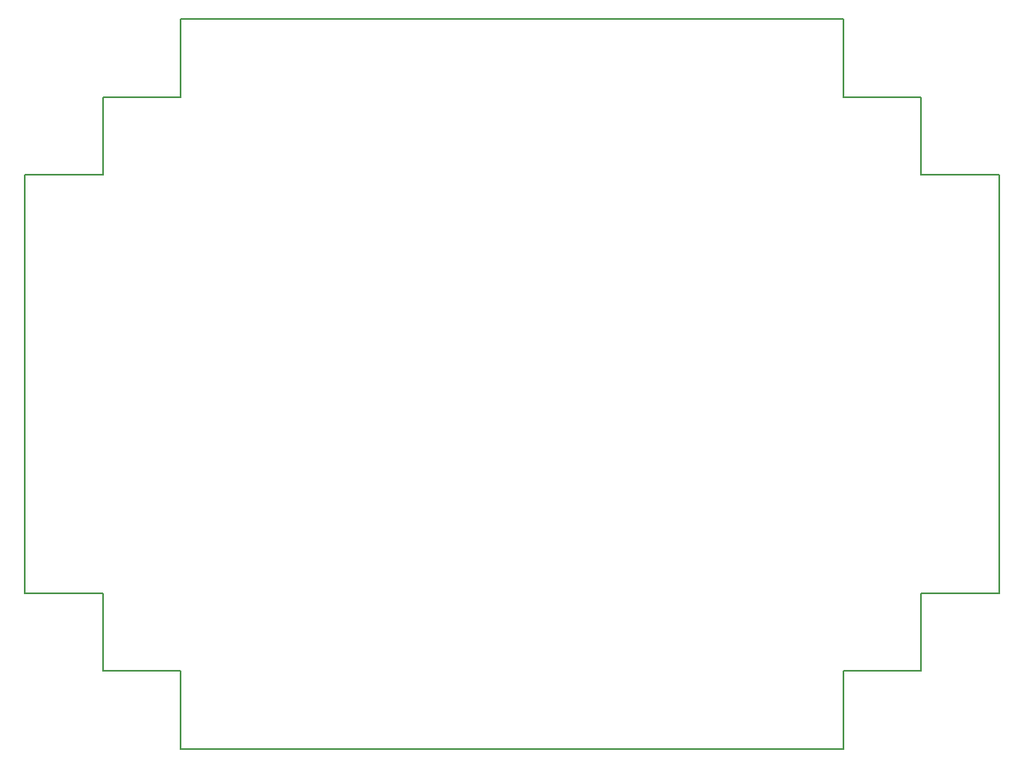
<source format=gbr>
G04 #@! TF.GenerationSoftware,KiCad,Pcbnew,(5.1.0)-1*
G04 #@! TF.CreationDate,2019-05-12T21:15:30+02:00*
G04 #@! TF.ProjectId,ESP32 dev board,45535033-3220-4646-9576-20626f617264,rev?*
G04 #@! TF.SameCoordinates,Original*
G04 #@! TF.FileFunction,Profile,NP*
%FSLAX46Y46*%
G04 Gerber Fmt 4.6, Leading zero omitted, Abs format (unit mm)*
G04 Created by KiCad (PCBNEW (5.1.0)-1) date 2019-05-12 21:15:30*
%MOMM*%
%LPD*%
G04 APERTURE LIST*
%ADD10C,0.150000*%
G04 APERTURE END LIST*
D10*
X100000000Y-59000000D02*
X100000000Y-16000000D01*
X92000000Y-59000000D02*
X100000000Y-59000000D01*
X92000000Y-67000000D02*
X92000000Y-59000000D01*
X84000000Y-67000000D02*
X92000000Y-67000000D01*
X84000000Y-75000000D02*
X84000000Y-67000000D01*
X16000000Y-75000000D02*
X84000000Y-75000000D01*
X16000000Y-67000000D02*
X16000000Y-75000000D01*
X8000000Y-67000000D02*
X16000000Y-67000000D01*
X8000000Y-59000000D02*
X8000000Y-67000000D01*
X0Y-59000000D02*
X8000000Y-59000000D01*
X0Y-16000000D02*
X0Y-59000000D01*
X92000000Y-16000000D02*
X100000000Y-16000000D01*
X92000000Y-8000000D02*
X92000000Y-16000000D01*
X84000000Y-8000000D02*
X92000000Y-8000000D01*
X84000000Y0D02*
X84000000Y-8000000D01*
X16000000Y0D02*
X84000000Y0D01*
X8000000Y-16000000D02*
X0Y-16000000D01*
X8000000Y-8000000D02*
X8000000Y-16000000D01*
X16000000Y-8000000D02*
X8000000Y-8000000D01*
X16000000Y0D02*
X16000000Y-8000000D01*
M02*

</source>
